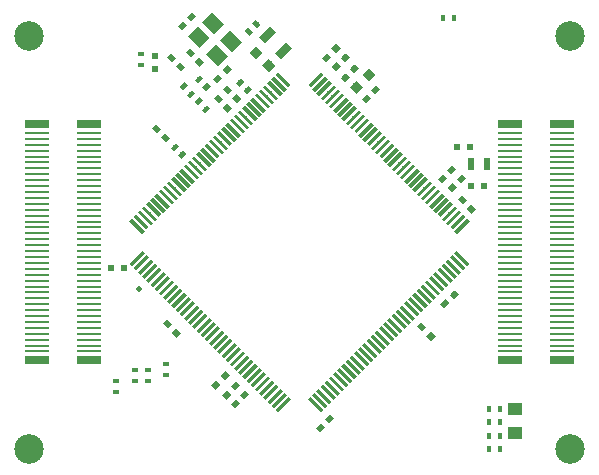
<source format=gbs>
G04 #@! TF.GenerationSoftware,KiCad,Pcbnew,(2017-02-19 revision a416f3a4e)-master*
G04 #@! TF.CreationDate,2017-04-29T21:27:28-07:00*
G04 #@! TF.ProjectId,Navi,4E6176692E6B696361645F7063620000,rev?*
G04 #@! TF.FileFunction,Soldermask,Bot*
G04 #@! TF.FilePolarity,Negative*
%FSLAX46Y46*%
G04 Gerber Fmt 4.6, Leading zero omitted, Abs format (unit mm)*
G04 Created by KiCad (PCBNEW (2017-02-19 revision a416f3a4e)-master) date 04/29/17 21:27:28*
%MOMM*%
%LPD*%
G01*
G04 APERTURE LIST*
%ADD10C,0.150000*%
%ADD11C,0.300000*%
%ADD12R,2.000000X0.250000*%
%ADD13R,2.000000X0.750000*%
%ADD14C,2.500000*%
%ADD15C,0.500000*%
%ADD16R,0.400000X0.600000*%
%ADD17R,0.500000X0.600000*%
%ADD18R,0.600000X0.400000*%
%ADD19R,0.600000X0.500000*%
%ADD20C,0.750000*%
%ADD21C,0.400000*%
%ADD22C,0.700000*%
%ADD23C,1.200000*%
%ADD24R,0.600000X1.100000*%
%ADD25R,1.250000X1.000000*%
G04 APERTURE END LIST*
D10*
D11*
X73621577Y-91246849D03*
D10*
G36*
X74275651Y-91688791D02*
X74063519Y-91900923D01*
X72967503Y-90804907D01*
X73179635Y-90592775D01*
X74275651Y-91688791D01*
X74275651Y-91688791D01*
G37*
D11*
X73268023Y-91600402D03*
D10*
G36*
X73922097Y-92042344D02*
X73709965Y-92254476D01*
X72613949Y-91158460D01*
X72826081Y-90946328D01*
X73922097Y-92042344D01*
X73922097Y-92042344D01*
G37*
D11*
X72914470Y-91953956D03*
D10*
G36*
X73568544Y-92395898D02*
X73356412Y-92608030D01*
X72260396Y-91512014D01*
X72472528Y-91299882D01*
X73568544Y-92395898D01*
X73568544Y-92395898D01*
G37*
D11*
X72560917Y-92307509D03*
D10*
G36*
X73214991Y-92749451D02*
X73002859Y-92961583D01*
X71906843Y-91865567D01*
X72118975Y-91653435D01*
X73214991Y-92749451D01*
X73214991Y-92749451D01*
G37*
D11*
X72207363Y-92661063D03*
D10*
G36*
X72861437Y-93103005D02*
X72649305Y-93315137D01*
X71553289Y-92219121D01*
X71765421Y-92006989D01*
X72861437Y-93103005D01*
X72861437Y-93103005D01*
G37*
D11*
X71853810Y-93014616D03*
D10*
G36*
X72507884Y-93456558D02*
X72295752Y-93668690D01*
X71199736Y-92572674D01*
X71411868Y-92360542D01*
X72507884Y-93456558D01*
X72507884Y-93456558D01*
G37*
D11*
X71500256Y-93368169D03*
D10*
G36*
X72154330Y-93810111D02*
X71942198Y-94022243D01*
X70846182Y-92926227D01*
X71058314Y-92714095D01*
X72154330Y-93810111D01*
X72154330Y-93810111D01*
G37*
D11*
X71146703Y-93721723D03*
D10*
G36*
X71800777Y-94163665D02*
X71588645Y-94375797D01*
X70492629Y-93279781D01*
X70704761Y-93067649D01*
X71800777Y-94163665D01*
X71800777Y-94163665D01*
G37*
D11*
X70793150Y-94075276D03*
D10*
G36*
X71447224Y-94517218D02*
X71235092Y-94729350D01*
X70139076Y-93633334D01*
X70351208Y-93421202D01*
X71447224Y-94517218D01*
X71447224Y-94517218D01*
G37*
D11*
X70439596Y-94428830D03*
D10*
G36*
X71093670Y-94870772D02*
X70881538Y-95082904D01*
X69785522Y-93986888D01*
X69997654Y-93774756D01*
X71093670Y-94870772D01*
X71093670Y-94870772D01*
G37*
D11*
X70086043Y-94782383D03*
D10*
G36*
X70740117Y-95224325D02*
X70527985Y-95436457D01*
X69431969Y-94340441D01*
X69644101Y-94128309D01*
X70740117Y-95224325D01*
X70740117Y-95224325D01*
G37*
D11*
X69732489Y-95135936D03*
D10*
G36*
X70386563Y-95577878D02*
X70174431Y-95790010D01*
X69078415Y-94693994D01*
X69290547Y-94481862D01*
X70386563Y-95577878D01*
X70386563Y-95577878D01*
G37*
D11*
X69378936Y-95489490D03*
D10*
G36*
X70033010Y-95931432D02*
X69820878Y-96143564D01*
X68724862Y-95047548D01*
X68936994Y-94835416D01*
X70033010Y-95931432D01*
X70033010Y-95931432D01*
G37*
D11*
X69025383Y-95843043D03*
D10*
G36*
X69679457Y-96284985D02*
X69467325Y-96497117D01*
X68371309Y-95401101D01*
X68583441Y-95188969D01*
X69679457Y-96284985D01*
X69679457Y-96284985D01*
G37*
D11*
X68671829Y-96196597D03*
D10*
G36*
X69325903Y-96638539D02*
X69113771Y-96850671D01*
X68017755Y-95754655D01*
X68229887Y-95542523D01*
X69325903Y-96638539D01*
X69325903Y-96638539D01*
G37*
D11*
X68318276Y-96550150D03*
D10*
G36*
X68972350Y-96992092D02*
X68760218Y-97204224D01*
X67664202Y-96108208D01*
X67876334Y-95896076D01*
X68972350Y-96992092D01*
X68972350Y-96992092D01*
G37*
D11*
X67964723Y-96903703D03*
D10*
G36*
X68618797Y-97345645D02*
X68406665Y-97557777D01*
X67310649Y-96461761D01*
X67522781Y-96249629D01*
X68618797Y-97345645D01*
X68618797Y-97345645D01*
G37*
D11*
X67611169Y-97257257D03*
D10*
G36*
X68265243Y-97699199D02*
X68053111Y-97911331D01*
X66957095Y-96815315D01*
X67169227Y-96603183D01*
X68265243Y-97699199D01*
X68265243Y-97699199D01*
G37*
D11*
X67257616Y-97610810D03*
D10*
G36*
X67911690Y-98052752D02*
X67699558Y-98264884D01*
X66603542Y-97168868D01*
X66815674Y-96956736D01*
X67911690Y-98052752D01*
X67911690Y-98052752D01*
G37*
D11*
X66904062Y-97964364D03*
D10*
G36*
X67558136Y-98406306D02*
X67346004Y-98618438D01*
X66249988Y-97522422D01*
X66462120Y-97310290D01*
X67558136Y-98406306D01*
X67558136Y-98406306D01*
G37*
D11*
X66550509Y-98317917D03*
D10*
G36*
X67204583Y-98759859D02*
X66992451Y-98971991D01*
X65896435Y-97875975D01*
X66108567Y-97663843D01*
X67204583Y-98759859D01*
X67204583Y-98759859D01*
G37*
D11*
X66196956Y-98671470D03*
D10*
G36*
X66851030Y-99113412D02*
X66638898Y-99325544D01*
X65542882Y-98229528D01*
X65755014Y-98017396D01*
X66851030Y-99113412D01*
X66851030Y-99113412D01*
G37*
D11*
X65843402Y-99025024D03*
D10*
G36*
X66497476Y-99466966D02*
X66285344Y-99679098D01*
X65189328Y-98583082D01*
X65401460Y-98370950D01*
X66497476Y-99466966D01*
X66497476Y-99466966D01*
G37*
D11*
X65489849Y-99378577D03*
D10*
G36*
X66143923Y-99820519D02*
X65931791Y-100032651D01*
X64835775Y-98936635D01*
X65047907Y-98724503D01*
X66143923Y-99820519D01*
X66143923Y-99820519D01*
G37*
D11*
X65136295Y-99732130D03*
D10*
G36*
X65790369Y-100174072D02*
X65578237Y-100386204D01*
X64482221Y-99290188D01*
X64694353Y-99078056D01*
X65790369Y-100174072D01*
X65790369Y-100174072D01*
G37*
D11*
X64782742Y-100085684D03*
D10*
G36*
X65436816Y-100527626D02*
X65224684Y-100739758D01*
X64128668Y-99643742D01*
X64340800Y-99431610D01*
X65436816Y-100527626D01*
X65436816Y-100527626D01*
G37*
D11*
X64429189Y-100439237D03*
D10*
G36*
X65083263Y-100881179D02*
X64871131Y-101093311D01*
X63775115Y-99997295D01*
X63987247Y-99785163D01*
X65083263Y-100881179D01*
X65083263Y-100881179D01*
G37*
D11*
X64075635Y-100792791D03*
D10*
G36*
X64729709Y-101234733D02*
X64517577Y-101446865D01*
X63421561Y-100350849D01*
X63633693Y-100138717D01*
X64729709Y-101234733D01*
X64729709Y-101234733D01*
G37*
D11*
X63722082Y-101146344D03*
D10*
G36*
X64376156Y-101588286D02*
X64164024Y-101800418D01*
X63068008Y-100704402D01*
X63280140Y-100492270D01*
X64376156Y-101588286D01*
X64376156Y-101588286D01*
G37*
D11*
X63368528Y-101499897D03*
D10*
G36*
X64022602Y-101941839D02*
X63810470Y-102153971D01*
X62714454Y-101057955D01*
X62926586Y-100845823D01*
X64022602Y-101941839D01*
X64022602Y-101941839D01*
G37*
D11*
X63014975Y-101853451D03*
D10*
G36*
X63669049Y-102295393D02*
X63456917Y-102507525D01*
X62360901Y-101411509D01*
X62573033Y-101199377D01*
X63669049Y-102295393D01*
X63669049Y-102295393D01*
G37*
D11*
X62661422Y-102207004D03*
D10*
G36*
X63315496Y-102648946D02*
X63103364Y-102861078D01*
X62007348Y-101765062D01*
X62219480Y-101552930D01*
X63315496Y-102648946D01*
X63315496Y-102648946D01*
G37*
D11*
X62307868Y-102560558D03*
D10*
G36*
X62961942Y-103002500D02*
X62749810Y-103214632D01*
X61653794Y-102118616D01*
X61865926Y-101906484D01*
X62961942Y-103002500D01*
X62961942Y-103002500D01*
G37*
D11*
X61954315Y-102914111D03*
D10*
G36*
X62608389Y-103356053D02*
X62396257Y-103568185D01*
X61300241Y-102472169D01*
X61512373Y-102260037D01*
X62608389Y-103356053D01*
X62608389Y-103356053D01*
G37*
D11*
X61600761Y-103267664D03*
D10*
G36*
X62254835Y-103709606D02*
X62042703Y-103921738D01*
X60946687Y-102825722D01*
X61158819Y-102613590D01*
X62254835Y-103709606D01*
X62254835Y-103709606D01*
G37*
D11*
X61247208Y-103621218D03*
D10*
G36*
X61901282Y-104063160D02*
X61689150Y-104275292D01*
X60593134Y-103179276D01*
X60805266Y-102967144D01*
X61901282Y-104063160D01*
X61901282Y-104063160D01*
G37*
D11*
X61247208Y-106378934D03*
D10*
G36*
X61689150Y-105724860D02*
X61901282Y-105936992D01*
X60805266Y-107033008D01*
X60593134Y-106820876D01*
X61689150Y-105724860D01*
X61689150Y-105724860D01*
G37*
D11*
X61600761Y-106732488D03*
D10*
G36*
X62042703Y-106078414D02*
X62254835Y-106290546D01*
X61158819Y-107386562D01*
X60946687Y-107174430D01*
X62042703Y-106078414D01*
X62042703Y-106078414D01*
G37*
D11*
X61954315Y-107086041D03*
D10*
G36*
X62396257Y-106431967D02*
X62608389Y-106644099D01*
X61512373Y-107740115D01*
X61300241Y-107527983D01*
X62396257Y-106431967D01*
X62396257Y-106431967D01*
G37*
D11*
X62307868Y-107439594D03*
D10*
G36*
X62749810Y-106785520D02*
X62961942Y-106997652D01*
X61865926Y-108093668D01*
X61653794Y-107881536D01*
X62749810Y-106785520D01*
X62749810Y-106785520D01*
G37*
D11*
X62661422Y-107793148D03*
D10*
G36*
X63103364Y-107139074D02*
X63315496Y-107351206D01*
X62219480Y-108447222D01*
X62007348Y-108235090D01*
X63103364Y-107139074D01*
X63103364Y-107139074D01*
G37*
D11*
X63014975Y-108146701D03*
D10*
G36*
X63456917Y-107492627D02*
X63669049Y-107704759D01*
X62573033Y-108800775D01*
X62360901Y-108588643D01*
X63456917Y-107492627D01*
X63456917Y-107492627D01*
G37*
D11*
X63368528Y-108500255D03*
D10*
G36*
X63810470Y-107846181D02*
X64022602Y-108058313D01*
X62926586Y-109154329D01*
X62714454Y-108942197D01*
X63810470Y-107846181D01*
X63810470Y-107846181D01*
G37*
D11*
X63722082Y-108853808D03*
D10*
G36*
X64164024Y-108199734D02*
X64376156Y-108411866D01*
X63280140Y-109507882D01*
X63068008Y-109295750D01*
X64164024Y-108199734D01*
X64164024Y-108199734D01*
G37*
D11*
X64075635Y-109207361D03*
D10*
G36*
X64517577Y-108553287D02*
X64729709Y-108765419D01*
X63633693Y-109861435D01*
X63421561Y-109649303D01*
X64517577Y-108553287D01*
X64517577Y-108553287D01*
G37*
D11*
X64429189Y-109560915D03*
D10*
G36*
X64871131Y-108906841D02*
X65083263Y-109118973D01*
X63987247Y-110214989D01*
X63775115Y-110002857D01*
X64871131Y-108906841D01*
X64871131Y-108906841D01*
G37*
D11*
X64782742Y-109914468D03*
D10*
G36*
X65224684Y-109260394D02*
X65436816Y-109472526D01*
X64340800Y-110568542D01*
X64128668Y-110356410D01*
X65224684Y-109260394D01*
X65224684Y-109260394D01*
G37*
D11*
X65136295Y-110268022D03*
D10*
G36*
X65578237Y-109613948D02*
X65790369Y-109826080D01*
X64694353Y-110922096D01*
X64482221Y-110709964D01*
X65578237Y-109613948D01*
X65578237Y-109613948D01*
G37*
D11*
X65489849Y-110621575D03*
D10*
G36*
X65931791Y-109967501D02*
X66143923Y-110179633D01*
X65047907Y-111275649D01*
X64835775Y-111063517D01*
X65931791Y-109967501D01*
X65931791Y-109967501D01*
G37*
D11*
X65843402Y-110975128D03*
D10*
G36*
X66285344Y-110321054D02*
X66497476Y-110533186D01*
X65401460Y-111629202D01*
X65189328Y-111417070D01*
X66285344Y-110321054D01*
X66285344Y-110321054D01*
G37*
D11*
X66196956Y-111328682D03*
D10*
G36*
X66638898Y-110674608D02*
X66851030Y-110886740D01*
X65755014Y-111982756D01*
X65542882Y-111770624D01*
X66638898Y-110674608D01*
X66638898Y-110674608D01*
G37*
D11*
X66550509Y-111682235D03*
D10*
G36*
X66992451Y-111028161D02*
X67204583Y-111240293D01*
X66108567Y-112336309D01*
X65896435Y-112124177D01*
X66992451Y-111028161D01*
X66992451Y-111028161D01*
G37*
D11*
X66904062Y-112035788D03*
D10*
G36*
X67346004Y-111381714D02*
X67558136Y-111593846D01*
X66462120Y-112689862D01*
X66249988Y-112477730D01*
X67346004Y-111381714D01*
X67346004Y-111381714D01*
G37*
D11*
X67257616Y-112389342D03*
D10*
G36*
X67699558Y-111735268D02*
X67911690Y-111947400D01*
X66815674Y-113043416D01*
X66603542Y-112831284D01*
X67699558Y-111735268D01*
X67699558Y-111735268D01*
G37*
D11*
X67611169Y-112742895D03*
D10*
G36*
X68053111Y-112088821D02*
X68265243Y-112300953D01*
X67169227Y-113396969D01*
X66957095Y-113184837D01*
X68053111Y-112088821D01*
X68053111Y-112088821D01*
G37*
D11*
X67964723Y-113096449D03*
D10*
G36*
X68406665Y-112442375D02*
X68618797Y-112654507D01*
X67522781Y-113750523D01*
X67310649Y-113538391D01*
X68406665Y-112442375D01*
X68406665Y-112442375D01*
G37*
D11*
X68318276Y-113450002D03*
D10*
G36*
X68760218Y-112795928D02*
X68972350Y-113008060D01*
X67876334Y-114104076D01*
X67664202Y-113891944D01*
X68760218Y-112795928D01*
X68760218Y-112795928D01*
G37*
D11*
X68671829Y-113803555D03*
D10*
G36*
X69113771Y-113149481D02*
X69325903Y-113361613D01*
X68229887Y-114457629D01*
X68017755Y-114245497D01*
X69113771Y-113149481D01*
X69113771Y-113149481D01*
G37*
D11*
X69025383Y-114157109D03*
D10*
G36*
X69467325Y-113503035D02*
X69679457Y-113715167D01*
X68583441Y-114811183D01*
X68371309Y-114599051D01*
X69467325Y-113503035D01*
X69467325Y-113503035D01*
G37*
D11*
X69378936Y-114510662D03*
D10*
G36*
X69820878Y-113856588D02*
X70033010Y-114068720D01*
X68936994Y-115164736D01*
X68724862Y-114952604D01*
X69820878Y-113856588D01*
X69820878Y-113856588D01*
G37*
D11*
X69732489Y-114864216D03*
D10*
G36*
X70174431Y-114210142D02*
X70386563Y-114422274D01*
X69290547Y-115518290D01*
X69078415Y-115306158D01*
X70174431Y-114210142D01*
X70174431Y-114210142D01*
G37*
D11*
X70086043Y-115217769D03*
D10*
G36*
X70527985Y-114563695D02*
X70740117Y-114775827D01*
X69644101Y-115871843D01*
X69431969Y-115659711D01*
X70527985Y-114563695D01*
X70527985Y-114563695D01*
G37*
D11*
X70439596Y-115571322D03*
D10*
G36*
X70881538Y-114917248D02*
X71093670Y-115129380D01*
X69997654Y-116225396D01*
X69785522Y-116013264D01*
X70881538Y-114917248D01*
X70881538Y-114917248D01*
G37*
D11*
X70793150Y-115924876D03*
D10*
G36*
X71235092Y-115270802D02*
X71447224Y-115482934D01*
X70351208Y-116578950D01*
X70139076Y-116366818D01*
X71235092Y-115270802D01*
X71235092Y-115270802D01*
G37*
D11*
X71146703Y-116278429D03*
D10*
G36*
X71588645Y-115624355D02*
X71800777Y-115836487D01*
X70704761Y-116932503D01*
X70492629Y-116720371D01*
X71588645Y-115624355D01*
X71588645Y-115624355D01*
G37*
D11*
X71500256Y-116631983D03*
D10*
G36*
X71942198Y-115977909D02*
X72154330Y-116190041D01*
X71058314Y-117286057D01*
X70846182Y-117073925D01*
X71942198Y-115977909D01*
X71942198Y-115977909D01*
G37*
D11*
X71853810Y-116985536D03*
D10*
G36*
X72295752Y-116331462D02*
X72507884Y-116543594D01*
X71411868Y-117639610D01*
X71199736Y-117427478D01*
X72295752Y-116331462D01*
X72295752Y-116331462D01*
G37*
D11*
X72207363Y-117339089D03*
D10*
G36*
X72649305Y-116685015D02*
X72861437Y-116897147D01*
X71765421Y-117993163D01*
X71553289Y-117781031D01*
X72649305Y-116685015D01*
X72649305Y-116685015D01*
G37*
D11*
X72560917Y-117692643D03*
D10*
G36*
X73002859Y-117038569D02*
X73214991Y-117250701D01*
X72118975Y-118346717D01*
X71906843Y-118134585D01*
X73002859Y-117038569D01*
X73002859Y-117038569D01*
G37*
D11*
X72914470Y-118046196D03*
D10*
G36*
X73356412Y-117392122D02*
X73568544Y-117604254D01*
X72472528Y-118700270D01*
X72260396Y-118488138D01*
X73356412Y-117392122D01*
X73356412Y-117392122D01*
G37*
D11*
X73268023Y-118399750D03*
D10*
G36*
X73709965Y-117745676D02*
X73922097Y-117957808D01*
X72826081Y-119053824D01*
X72613949Y-118841692D01*
X73709965Y-117745676D01*
X73709965Y-117745676D01*
G37*
D11*
X73621577Y-118753303D03*
D10*
G36*
X74063519Y-118099229D02*
X74275651Y-118311361D01*
X73179635Y-119407377D01*
X72967503Y-119195245D01*
X74063519Y-118099229D01*
X74063519Y-118099229D01*
G37*
D11*
X76379293Y-118753303D03*
D10*
G36*
X77033367Y-119195245D02*
X76821235Y-119407377D01*
X75725219Y-118311361D01*
X75937351Y-118099229D01*
X77033367Y-119195245D01*
X77033367Y-119195245D01*
G37*
D11*
X76732847Y-118399750D03*
D10*
G36*
X77386921Y-118841692D02*
X77174789Y-119053824D01*
X76078773Y-117957808D01*
X76290905Y-117745676D01*
X77386921Y-118841692D01*
X77386921Y-118841692D01*
G37*
D11*
X77086400Y-118046196D03*
D10*
G36*
X77740474Y-118488138D02*
X77528342Y-118700270D01*
X76432326Y-117604254D01*
X76644458Y-117392122D01*
X77740474Y-118488138D01*
X77740474Y-118488138D01*
G37*
D11*
X77439953Y-117692643D03*
D10*
G36*
X78094027Y-118134585D02*
X77881895Y-118346717D01*
X76785879Y-117250701D01*
X76998011Y-117038569D01*
X78094027Y-118134585D01*
X78094027Y-118134585D01*
G37*
D11*
X77793507Y-117339089D03*
D10*
G36*
X78447581Y-117781031D02*
X78235449Y-117993163D01*
X77139433Y-116897147D01*
X77351565Y-116685015D01*
X78447581Y-117781031D01*
X78447581Y-117781031D01*
G37*
D11*
X78147060Y-116985536D03*
D10*
G36*
X78801134Y-117427478D02*
X78589002Y-117639610D01*
X77492986Y-116543594D01*
X77705118Y-116331462D01*
X78801134Y-117427478D01*
X78801134Y-117427478D01*
G37*
D11*
X78500614Y-116631983D03*
D10*
G36*
X79154688Y-117073925D02*
X78942556Y-117286057D01*
X77846540Y-116190041D01*
X78058672Y-115977909D01*
X79154688Y-117073925D01*
X79154688Y-117073925D01*
G37*
D11*
X78854167Y-116278429D03*
D10*
G36*
X79508241Y-116720371D02*
X79296109Y-116932503D01*
X78200093Y-115836487D01*
X78412225Y-115624355D01*
X79508241Y-116720371D01*
X79508241Y-116720371D01*
G37*
D11*
X79207720Y-115924876D03*
D10*
G36*
X79861794Y-116366818D02*
X79649662Y-116578950D01*
X78553646Y-115482934D01*
X78765778Y-115270802D01*
X79861794Y-116366818D01*
X79861794Y-116366818D01*
G37*
D11*
X79561274Y-115571322D03*
D10*
G36*
X80215348Y-116013264D02*
X80003216Y-116225396D01*
X78907200Y-115129380D01*
X79119332Y-114917248D01*
X80215348Y-116013264D01*
X80215348Y-116013264D01*
G37*
D11*
X79914827Y-115217769D03*
D10*
G36*
X80568901Y-115659711D02*
X80356769Y-115871843D01*
X79260753Y-114775827D01*
X79472885Y-114563695D01*
X80568901Y-115659711D01*
X80568901Y-115659711D01*
G37*
D11*
X80268381Y-114864216D03*
D10*
G36*
X80922455Y-115306158D02*
X80710323Y-115518290D01*
X79614307Y-114422274D01*
X79826439Y-114210142D01*
X80922455Y-115306158D01*
X80922455Y-115306158D01*
G37*
D11*
X80621934Y-114510662D03*
D10*
G36*
X81276008Y-114952604D02*
X81063876Y-115164736D01*
X79967860Y-114068720D01*
X80179992Y-113856588D01*
X81276008Y-114952604D01*
X81276008Y-114952604D01*
G37*
D11*
X80975487Y-114157109D03*
D10*
G36*
X81629561Y-114599051D02*
X81417429Y-114811183D01*
X80321413Y-113715167D01*
X80533545Y-113503035D01*
X81629561Y-114599051D01*
X81629561Y-114599051D01*
G37*
D11*
X81329041Y-113803555D03*
D10*
G36*
X81983115Y-114245497D02*
X81770983Y-114457629D01*
X80674967Y-113361613D01*
X80887099Y-113149481D01*
X81983115Y-114245497D01*
X81983115Y-114245497D01*
G37*
D11*
X81682594Y-113450002D03*
D10*
G36*
X82336668Y-113891944D02*
X82124536Y-114104076D01*
X81028520Y-113008060D01*
X81240652Y-112795928D01*
X82336668Y-113891944D01*
X82336668Y-113891944D01*
G37*
D11*
X82036147Y-113096449D03*
D10*
G36*
X82690221Y-113538391D02*
X82478089Y-113750523D01*
X81382073Y-112654507D01*
X81594205Y-112442375D01*
X82690221Y-113538391D01*
X82690221Y-113538391D01*
G37*
D11*
X82389701Y-112742895D03*
D10*
G36*
X83043775Y-113184837D02*
X82831643Y-113396969D01*
X81735627Y-112300953D01*
X81947759Y-112088821D01*
X83043775Y-113184837D01*
X83043775Y-113184837D01*
G37*
D11*
X82743254Y-112389342D03*
D10*
G36*
X83397328Y-112831284D02*
X83185196Y-113043416D01*
X82089180Y-111947400D01*
X82301312Y-111735268D01*
X83397328Y-112831284D01*
X83397328Y-112831284D01*
G37*
D11*
X83096808Y-112035788D03*
D10*
G36*
X83750882Y-112477730D02*
X83538750Y-112689862D01*
X82442734Y-111593846D01*
X82654866Y-111381714D01*
X83750882Y-112477730D01*
X83750882Y-112477730D01*
G37*
D11*
X83450361Y-111682235D03*
D10*
G36*
X84104435Y-112124177D02*
X83892303Y-112336309D01*
X82796287Y-111240293D01*
X83008419Y-111028161D01*
X84104435Y-112124177D01*
X84104435Y-112124177D01*
G37*
D11*
X83803914Y-111328682D03*
D10*
G36*
X84457988Y-111770624D02*
X84245856Y-111982756D01*
X83149840Y-110886740D01*
X83361972Y-110674608D01*
X84457988Y-111770624D01*
X84457988Y-111770624D01*
G37*
D11*
X84157468Y-110975128D03*
D10*
G36*
X84811542Y-111417070D02*
X84599410Y-111629202D01*
X83503394Y-110533186D01*
X83715526Y-110321054D01*
X84811542Y-111417070D01*
X84811542Y-111417070D01*
G37*
D11*
X84511021Y-110621575D03*
D10*
G36*
X85165095Y-111063517D02*
X84952963Y-111275649D01*
X83856947Y-110179633D01*
X84069079Y-109967501D01*
X85165095Y-111063517D01*
X85165095Y-111063517D01*
G37*
D11*
X84864575Y-110268022D03*
D10*
G36*
X85518649Y-110709964D02*
X85306517Y-110922096D01*
X84210501Y-109826080D01*
X84422633Y-109613948D01*
X85518649Y-110709964D01*
X85518649Y-110709964D01*
G37*
D11*
X85218128Y-109914468D03*
D10*
G36*
X85872202Y-110356410D02*
X85660070Y-110568542D01*
X84564054Y-109472526D01*
X84776186Y-109260394D01*
X85872202Y-110356410D01*
X85872202Y-110356410D01*
G37*
D11*
X85571681Y-109560915D03*
D10*
G36*
X86225755Y-110002857D02*
X86013623Y-110214989D01*
X84917607Y-109118973D01*
X85129739Y-108906841D01*
X86225755Y-110002857D01*
X86225755Y-110002857D01*
G37*
D11*
X85925235Y-109207361D03*
D10*
G36*
X86579309Y-109649303D02*
X86367177Y-109861435D01*
X85271161Y-108765419D01*
X85483293Y-108553287D01*
X86579309Y-109649303D01*
X86579309Y-109649303D01*
G37*
D11*
X86278788Y-108853808D03*
D10*
G36*
X86932862Y-109295750D02*
X86720730Y-109507882D01*
X85624714Y-108411866D01*
X85836846Y-108199734D01*
X86932862Y-109295750D01*
X86932862Y-109295750D01*
G37*
D11*
X86632342Y-108500255D03*
D10*
G36*
X87286416Y-108942197D02*
X87074284Y-109154329D01*
X85978268Y-108058313D01*
X86190400Y-107846181D01*
X87286416Y-108942197D01*
X87286416Y-108942197D01*
G37*
D11*
X86985895Y-108146701D03*
D10*
G36*
X87639969Y-108588643D02*
X87427837Y-108800775D01*
X86331821Y-107704759D01*
X86543953Y-107492627D01*
X87639969Y-108588643D01*
X87639969Y-108588643D01*
G37*
D11*
X87339448Y-107793148D03*
D10*
G36*
X87993522Y-108235090D02*
X87781390Y-108447222D01*
X86685374Y-107351206D01*
X86897506Y-107139074D01*
X87993522Y-108235090D01*
X87993522Y-108235090D01*
G37*
D11*
X87693002Y-107439594D03*
D10*
G36*
X88347076Y-107881536D02*
X88134944Y-108093668D01*
X87038928Y-106997652D01*
X87251060Y-106785520D01*
X88347076Y-107881536D01*
X88347076Y-107881536D01*
G37*
D11*
X88046555Y-107086041D03*
D10*
G36*
X88700629Y-107527983D02*
X88488497Y-107740115D01*
X87392481Y-106644099D01*
X87604613Y-106431967D01*
X88700629Y-107527983D01*
X88700629Y-107527983D01*
G37*
D11*
X88400109Y-106732488D03*
D10*
G36*
X89054183Y-107174430D02*
X88842051Y-107386562D01*
X87746035Y-106290546D01*
X87958167Y-106078414D01*
X89054183Y-107174430D01*
X89054183Y-107174430D01*
G37*
D11*
X88753662Y-106378934D03*
D10*
G36*
X89407736Y-106820876D02*
X89195604Y-107033008D01*
X88099588Y-105936992D01*
X88311720Y-105724860D01*
X89407736Y-106820876D01*
X89407736Y-106820876D01*
G37*
D11*
X88753662Y-103621218D03*
D10*
G36*
X89195604Y-102967144D02*
X89407736Y-103179276D01*
X88311720Y-104275292D01*
X88099588Y-104063160D01*
X89195604Y-102967144D01*
X89195604Y-102967144D01*
G37*
D11*
X88400109Y-103267664D03*
D10*
G36*
X88842051Y-102613590D02*
X89054183Y-102825722D01*
X87958167Y-103921738D01*
X87746035Y-103709606D01*
X88842051Y-102613590D01*
X88842051Y-102613590D01*
G37*
D11*
X88046555Y-102914111D03*
D10*
G36*
X88488497Y-102260037D02*
X88700629Y-102472169D01*
X87604613Y-103568185D01*
X87392481Y-103356053D01*
X88488497Y-102260037D01*
X88488497Y-102260037D01*
G37*
D11*
X87693002Y-102560558D03*
D10*
G36*
X88134944Y-101906484D02*
X88347076Y-102118616D01*
X87251060Y-103214632D01*
X87038928Y-103002500D01*
X88134944Y-101906484D01*
X88134944Y-101906484D01*
G37*
D11*
X87339448Y-102207004D03*
D10*
G36*
X87781390Y-101552930D02*
X87993522Y-101765062D01*
X86897506Y-102861078D01*
X86685374Y-102648946D01*
X87781390Y-101552930D01*
X87781390Y-101552930D01*
G37*
D11*
X86985895Y-101853451D03*
D10*
G36*
X87427837Y-101199377D02*
X87639969Y-101411509D01*
X86543953Y-102507525D01*
X86331821Y-102295393D01*
X87427837Y-101199377D01*
X87427837Y-101199377D01*
G37*
D11*
X86632342Y-101499897D03*
D10*
G36*
X87074284Y-100845823D02*
X87286416Y-101057955D01*
X86190400Y-102153971D01*
X85978268Y-101941839D01*
X87074284Y-100845823D01*
X87074284Y-100845823D01*
G37*
D11*
X86278788Y-101146344D03*
D10*
G36*
X86720730Y-100492270D02*
X86932862Y-100704402D01*
X85836846Y-101800418D01*
X85624714Y-101588286D01*
X86720730Y-100492270D01*
X86720730Y-100492270D01*
G37*
D11*
X85925235Y-100792791D03*
D10*
G36*
X86367177Y-100138717D02*
X86579309Y-100350849D01*
X85483293Y-101446865D01*
X85271161Y-101234733D01*
X86367177Y-100138717D01*
X86367177Y-100138717D01*
G37*
D11*
X85571681Y-100439237D03*
D10*
G36*
X86013623Y-99785163D02*
X86225755Y-99997295D01*
X85129739Y-101093311D01*
X84917607Y-100881179D01*
X86013623Y-99785163D01*
X86013623Y-99785163D01*
G37*
D11*
X85218128Y-100085684D03*
D10*
G36*
X85660070Y-99431610D02*
X85872202Y-99643742D01*
X84776186Y-100739758D01*
X84564054Y-100527626D01*
X85660070Y-99431610D01*
X85660070Y-99431610D01*
G37*
D11*
X84864575Y-99732130D03*
D10*
G36*
X85306517Y-99078056D02*
X85518649Y-99290188D01*
X84422633Y-100386204D01*
X84210501Y-100174072D01*
X85306517Y-99078056D01*
X85306517Y-99078056D01*
G37*
D11*
X84511021Y-99378577D03*
D10*
G36*
X84952963Y-98724503D02*
X85165095Y-98936635D01*
X84069079Y-100032651D01*
X83856947Y-99820519D01*
X84952963Y-98724503D01*
X84952963Y-98724503D01*
G37*
D11*
X84157468Y-99025024D03*
D10*
G36*
X84599410Y-98370950D02*
X84811542Y-98583082D01*
X83715526Y-99679098D01*
X83503394Y-99466966D01*
X84599410Y-98370950D01*
X84599410Y-98370950D01*
G37*
D11*
X83803914Y-98671470D03*
D10*
G36*
X84245856Y-98017396D02*
X84457988Y-98229528D01*
X83361972Y-99325544D01*
X83149840Y-99113412D01*
X84245856Y-98017396D01*
X84245856Y-98017396D01*
G37*
D11*
X83450361Y-98317917D03*
D10*
G36*
X83892303Y-97663843D02*
X84104435Y-97875975D01*
X83008419Y-98971991D01*
X82796287Y-98759859D01*
X83892303Y-97663843D01*
X83892303Y-97663843D01*
G37*
D11*
X83096808Y-97964364D03*
D10*
G36*
X83538750Y-97310290D02*
X83750882Y-97522422D01*
X82654866Y-98618438D01*
X82442734Y-98406306D01*
X83538750Y-97310290D01*
X83538750Y-97310290D01*
G37*
D11*
X82743254Y-97610810D03*
D10*
G36*
X83185196Y-96956736D02*
X83397328Y-97168868D01*
X82301312Y-98264884D01*
X82089180Y-98052752D01*
X83185196Y-96956736D01*
X83185196Y-96956736D01*
G37*
D11*
X82389701Y-97257257D03*
D10*
G36*
X82831643Y-96603183D02*
X83043775Y-96815315D01*
X81947759Y-97911331D01*
X81735627Y-97699199D01*
X82831643Y-96603183D01*
X82831643Y-96603183D01*
G37*
D11*
X82036147Y-96903703D03*
D10*
G36*
X82478089Y-96249629D02*
X82690221Y-96461761D01*
X81594205Y-97557777D01*
X81382073Y-97345645D01*
X82478089Y-96249629D01*
X82478089Y-96249629D01*
G37*
D11*
X81682594Y-96550150D03*
D10*
G36*
X82124536Y-95896076D02*
X82336668Y-96108208D01*
X81240652Y-97204224D01*
X81028520Y-96992092D01*
X82124536Y-95896076D01*
X82124536Y-95896076D01*
G37*
D11*
X81329041Y-96196597D03*
D10*
G36*
X81770983Y-95542523D02*
X81983115Y-95754655D01*
X80887099Y-96850671D01*
X80674967Y-96638539D01*
X81770983Y-95542523D01*
X81770983Y-95542523D01*
G37*
D11*
X80975487Y-95843043D03*
D10*
G36*
X81417429Y-95188969D02*
X81629561Y-95401101D01*
X80533545Y-96497117D01*
X80321413Y-96284985D01*
X81417429Y-95188969D01*
X81417429Y-95188969D01*
G37*
D11*
X80621934Y-95489490D03*
D10*
G36*
X81063876Y-94835416D02*
X81276008Y-95047548D01*
X80179992Y-96143564D01*
X79967860Y-95931432D01*
X81063876Y-94835416D01*
X81063876Y-94835416D01*
G37*
D11*
X80268381Y-95135936D03*
D10*
G36*
X80710323Y-94481862D02*
X80922455Y-94693994D01*
X79826439Y-95790010D01*
X79614307Y-95577878D01*
X80710323Y-94481862D01*
X80710323Y-94481862D01*
G37*
D11*
X79914827Y-94782383D03*
D10*
G36*
X80356769Y-94128309D02*
X80568901Y-94340441D01*
X79472885Y-95436457D01*
X79260753Y-95224325D01*
X80356769Y-94128309D01*
X80356769Y-94128309D01*
G37*
D11*
X79561274Y-94428830D03*
D10*
G36*
X80003216Y-93774756D02*
X80215348Y-93986888D01*
X79119332Y-95082904D01*
X78907200Y-94870772D01*
X80003216Y-93774756D01*
X80003216Y-93774756D01*
G37*
D11*
X79207720Y-94075276D03*
D10*
G36*
X79649662Y-93421202D02*
X79861794Y-93633334D01*
X78765778Y-94729350D01*
X78553646Y-94517218D01*
X79649662Y-93421202D01*
X79649662Y-93421202D01*
G37*
D11*
X78854167Y-93721723D03*
D10*
G36*
X79296109Y-93067649D02*
X79508241Y-93279781D01*
X78412225Y-94375797D01*
X78200093Y-94163665D01*
X79296109Y-93067649D01*
X79296109Y-93067649D01*
G37*
D11*
X78500614Y-93368169D03*
D10*
G36*
X78942556Y-92714095D02*
X79154688Y-92926227D01*
X78058672Y-94022243D01*
X77846540Y-93810111D01*
X78942556Y-92714095D01*
X78942556Y-92714095D01*
G37*
D11*
X78147060Y-93014616D03*
D10*
G36*
X78589002Y-92360542D02*
X78801134Y-92572674D01*
X77705118Y-93668690D01*
X77492986Y-93456558D01*
X78589002Y-92360542D01*
X78589002Y-92360542D01*
G37*
D11*
X77793507Y-92661063D03*
D10*
G36*
X78235449Y-92006989D02*
X78447581Y-92219121D01*
X77351565Y-93315137D01*
X77139433Y-93103005D01*
X78235449Y-92006989D01*
X78235449Y-92006989D01*
G37*
D11*
X77439953Y-92307509D03*
D10*
G36*
X77881895Y-91653435D02*
X78094027Y-91865567D01*
X76998011Y-92961583D01*
X76785879Y-92749451D01*
X77881895Y-91653435D01*
X77881895Y-91653435D01*
G37*
D11*
X77086400Y-91953956D03*
D10*
G36*
X77528342Y-91299882D02*
X77740474Y-91512014D01*
X76644458Y-92608030D01*
X76432326Y-92395898D01*
X77528342Y-91299882D01*
X77528342Y-91299882D01*
G37*
D11*
X76732847Y-91600402D03*
D10*
G36*
X77174789Y-90946328D02*
X77386921Y-91158460D01*
X76290905Y-92254476D01*
X76078773Y-92042344D01*
X77174789Y-90946328D01*
X77174789Y-90946328D01*
G37*
D11*
X76379293Y-91246849D03*
D10*
G36*
X76821235Y-90592775D02*
X77033367Y-90804907D01*
X75937351Y-91900923D01*
X75725219Y-91688791D01*
X76821235Y-90592775D01*
X76821235Y-90592775D01*
G37*
D12*
X57200000Y-95750000D03*
D13*
X57200000Y-95000000D03*
X52800000Y-95000000D03*
X57200000Y-115000000D03*
X52800000Y-115000000D03*
D12*
X52800000Y-95750000D03*
X57200000Y-96250000D03*
X52800000Y-96250000D03*
X57200000Y-96750000D03*
X52800000Y-96750000D03*
X57200000Y-97250000D03*
X52800000Y-97250000D03*
X57200000Y-97750000D03*
X52800000Y-97750000D03*
X57200000Y-98250000D03*
X52800000Y-98250000D03*
X57200000Y-98750000D03*
X52800000Y-98750000D03*
X57200000Y-99250000D03*
X52800000Y-99250000D03*
X57200000Y-99750000D03*
X52800000Y-99750000D03*
X57200000Y-100250000D03*
X52800000Y-100250000D03*
X57200000Y-100750000D03*
X52800000Y-100750000D03*
X57200000Y-101250000D03*
X52800000Y-101250000D03*
X57200000Y-101750000D03*
X52800000Y-101750000D03*
X57200000Y-102250000D03*
X52800000Y-102250000D03*
X57200000Y-102750000D03*
X52800000Y-102750000D03*
X57200000Y-103250000D03*
X52800000Y-103250000D03*
X57200000Y-103750000D03*
X52800000Y-103750000D03*
X57200000Y-104250000D03*
X52800000Y-104250000D03*
X57200000Y-104750000D03*
X52800000Y-104750000D03*
X57200000Y-105250000D03*
X52800000Y-105250000D03*
X57200000Y-105750000D03*
X52800000Y-105750000D03*
X57200000Y-106250000D03*
X52800000Y-106250000D03*
X57200000Y-106750000D03*
X52800000Y-106750000D03*
X57200000Y-107250000D03*
X52800000Y-107250000D03*
X57200000Y-107750000D03*
X52800000Y-107750000D03*
X57200000Y-108250000D03*
X52800000Y-108250000D03*
X57200000Y-108750000D03*
X52800000Y-108750000D03*
X57200000Y-109250000D03*
X52800000Y-109250000D03*
X57200000Y-109750000D03*
X52800000Y-109750000D03*
X57200000Y-110250000D03*
X52800000Y-110250000D03*
X57200000Y-110750000D03*
X52800000Y-110750000D03*
X57200000Y-111250000D03*
X52800000Y-111250000D03*
X57200000Y-111750000D03*
X52800000Y-111750000D03*
X57200000Y-112250000D03*
X52800000Y-112250000D03*
X57200000Y-112750000D03*
X52800000Y-112750000D03*
X57200000Y-113250000D03*
X52800000Y-113250000D03*
X57200000Y-113750000D03*
X52800000Y-113750000D03*
X57200000Y-114250000D03*
X52800000Y-114250000D03*
D14*
X52100000Y-122500000D03*
X97900000Y-122500000D03*
D12*
X92800000Y-114250000D03*
X97200000Y-114250000D03*
X92800000Y-113750000D03*
X97200000Y-113750000D03*
X92800000Y-113250000D03*
X97200000Y-113250000D03*
X92800000Y-112750000D03*
X97200000Y-112750000D03*
X92800000Y-112250000D03*
X97200000Y-112250000D03*
X92800000Y-111750000D03*
X97200000Y-111750000D03*
X92800000Y-111250000D03*
X97200000Y-111250000D03*
X92800000Y-110750000D03*
X97200000Y-110750000D03*
X92800000Y-110250000D03*
X97200000Y-110250000D03*
X92800000Y-109750000D03*
X97200000Y-109750000D03*
X92800000Y-109250000D03*
X97200000Y-109250000D03*
X92800000Y-108750000D03*
X97200000Y-108750000D03*
X92800000Y-108250000D03*
X97200000Y-108250000D03*
X92800000Y-107750000D03*
X97200000Y-107750000D03*
X92800000Y-107250000D03*
X97200000Y-107250000D03*
X92800000Y-106750000D03*
X97200000Y-106750000D03*
X92800000Y-106250000D03*
X97200000Y-106250000D03*
X92800000Y-105750000D03*
X97200000Y-105750000D03*
X92800000Y-105250000D03*
X97200000Y-105250000D03*
X92800000Y-104750000D03*
X97200000Y-104750000D03*
X92800000Y-104250000D03*
X97200000Y-104250000D03*
X92800000Y-103750000D03*
X97200000Y-103750000D03*
X92800000Y-103250000D03*
X97200000Y-103250000D03*
X92800000Y-102750000D03*
X97200000Y-102750000D03*
X92800000Y-102250000D03*
X97200000Y-102250000D03*
X92800000Y-101750000D03*
X97200000Y-101750000D03*
X92800000Y-101250000D03*
X97200000Y-101250000D03*
X92800000Y-100750000D03*
X97200000Y-100750000D03*
X92800000Y-100250000D03*
X97200000Y-100250000D03*
X92800000Y-99750000D03*
X97200000Y-99750000D03*
X92800000Y-99250000D03*
X97200000Y-99250000D03*
X92800000Y-98750000D03*
X97200000Y-98750000D03*
X92800000Y-98250000D03*
X97200000Y-98250000D03*
X92800000Y-97750000D03*
X97200000Y-97750000D03*
X92800000Y-97250000D03*
X97200000Y-97250000D03*
X92800000Y-96750000D03*
X97200000Y-96750000D03*
X92800000Y-96250000D03*
X97200000Y-96250000D03*
X92800000Y-95750000D03*
D13*
X92800000Y-115000000D03*
X97200000Y-115000000D03*
X92800000Y-95000000D03*
X97200000Y-95000000D03*
D12*
X97200000Y-95750000D03*
D15*
X77317887Y-89338051D03*
D10*
G36*
X77282532Y-89726960D02*
X76928978Y-89373406D01*
X77353242Y-88949142D01*
X77706796Y-89302696D01*
X77282532Y-89726960D01*
X77282532Y-89726960D01*
G37*
D15*
X78095705Y-88560233D03*
D10*
G36*
X78060350Y-88949142D02*
X77706796Y-88595588D01*
X78131060Y-88171324D01*
X78484614Y-88524878D01*
X78060350Y-88949142D01*
X78060350Y-88949142D01*
G37*
D15*
X64160146Y-89354026D03*
D10*
G36*
X64549055Y-89389381D02*
X64195501Y-89742935D01*
X63771237Y-89318671D01*
X64124791Y-88965117D01*
X64549055Y-89389381D01*
X64549055Y-89389381D01*
G37*
D15*
X64937964Y-90131844D03*
D10*
G36*
X65326873Y-90167199D02*
X64973319Y-90520753D01*
X64549055Y-90096489D01*
X64902609Y-89742935D01*
X65326873Y-90167199D01*
X65326873Y-90167199D01*
G37*
D15*
X80661091Y-92838909D03*
D10*
G36*
X80625736Y-93227818D02*
X80272182Y-92874264D01*
X80696446Y-92450000D01*
X81050000Y-92803554D01*
X80625736Y-93227818D01*
X80625736Y-93227818D01*
G37*
D15*
X81438909Y-92061091D03*
D10*
G36*
X81403554Y-92450000D02*
X81050000Y-92096446D01*
X81474264Y-91672182D01*
X81827818Y-92025736D01*
X81403554Y-92450000D01*
X81403554Y-92450000D01*
G37*
D16*
X87150000Y-86000000D03*
X88050000Y-86000000D03*
D17*
X62750000Y-89200000D03*
X62750000Y-90300000D03*
D15*
X61450000Y-109000000D03*
D18*
X61600000Y-90000000D03*
X61600000Y-89100000D03*
D15*
X67911091Y-117088909D03*
D10*
G36*
X67946446Y-116700000D02*
X68300000Y-117053554D01*
X67875736Y-117477818D01*
X67522182Y-117124264D01*
X67946446Y-116700000D01*
X67946446Y-116700000D01*
G37*
D15*
X68688909Y-116311091D03*
D10*
G36*
X68724264Y-115922182D02*
X69077818Y-116275736D01*
X68653554Y-116700000D01*
X68300000Y-116346446D01*
X68724264Y-115922182D01*
X68724264Y-115922182D01*
G37*
D14*
X97900000Y-87500000D03*
D16*
X91050000Y-122500000D03*
X91950000Y-122500000D03*
D18*
X63700000Y-116250000D03*
X63700000Y-115350000D03*
X61050000Y-116750000D03*
X61050000Y-115850000D03*
X59500000Y-117650000D03*
X59500000Y-116750000D03*
X62200000Y-116750000D03*
X62200000Y-115850000D03*
D16*
X91950000Y-121400000D03*
X91050000Y-121400000D03*
X91950000Y-120250000D03*
X91050000Y-120250000D03*
X91950000Y-119100000D03*
X91050000Y-119100000D03*
D14*
X52100000Y-87500000D03*
D15*
X78873523Y-89338050D03*
D10*
G36*
X78838168Y-89726959D02*
X78484614Y-89373405D01*
X78908878Y-88949141D01*
X79262432Y-89302695D01*
X78838168Y-89726959D01*
X78838168Y-89726959D01*
G37*
D15*
X78095705Y-90115868D03*
D10*
G36*
X78060350Y-90504777D02*
X77706796Y-90151223D01*
X78131060Y-89726959D01*
X78484614Y-90080513D01*
X78060350Y-90504777D01*
X78060350Y-90504777D01*
G37*
D15*
X78861091Y-91038909D03*
D10*
G36*
X78896446Y-90650000D02*
X79250000Y-91003554D01*
X78825736Y-91427818D01*
X78472182Y-91074264D01*
X78896446Y-90650000D01*
X78896446Y-90650000D01*
G37*
D15*
X79638909Y-90261091D03*
D10*
G36*
X79674264Y-89872182D02*
X80027818Y-90225736D01*
X79603554Y-90650000D01*
X79250000Y-90296446D01*
X79674264Y-89872182D01*
X79674264Y-89872182D01*
G37*
D15*
X87888909Y-98811091D03*
D10*
G36*
X87853554Y-99200000D02*
X87500000Y-98846446D01*
X87924264Y-98422182D01*
X88277818Y-98775736D01*
X87853554Y-99200000D01*
X87853554Y-99200000D01*
G37*
D15*
X87111091Y-99588909D03*
D10*
G36*
X87075736Y-99977818D02*
X86722182Y-99624264D01*
X87146446Y-99200000D01*
X87500000Y-99553554D01*
X87075736Y-99977818D01*
X87075736Y-99977818D01*
G37*
D15*
X68155124Y-92854772D03*
D10*
G36*
X68544033Y-92890127D02*
X68190479Y-93243681D01*
X67766215Y-92819417D01*
X68119769Y-92465863D01*
X68544033Y-92890127D01*
X68544033Y-92890127D01*
G37*
D15*
X68932942Y-93632590D03*
D10*
G36*
X69321851Y-93667945D02*
X68968297Y-94021499D01*
X68544033Y-93597235D01*
X68897587Y-93243681D01*
X69321851Y-93667945D01*
X69321851Y-93667945D01*
G37*
D15*
X64588909Y-112688909D03*
D10*
G36*
X64200000Y-112653554D02*
X64553554Y-112300000D01*
X64977818Y-112724264D01*
X64624264Y-113077818D01*
X64200000Y-112653554D01*
X64200000Y-112653554D01*
G37*
D15*
X63811091Y-111911091D03*
D10*
G36*
X63422182Y-111875736D02*
X63775736Y-111522182D01*
X64200000Y-111946446D01*
X63846446Y-112300000D01*
X63422182Y-111875736D01*
X63422182Y-111875736D01*
G37*
D15*
X69547753Y-118687090D03*
D10*
G36*
X69583108Y-118298181D02*
X69936662Y-118651735D01*
X69512398Y-119075999D01*
X69158844Y-118722445D01*
X69583108Y-118298181D01*
X69583108Y-118298181D01*
G37*
D15*
X70325571Y-117909272D03*
D10*
G36*
X70360926Y-117520363D02*
X70714480Y-117873917D01*
X70290216Y-118298181D01*
X69936662Y-117944627D01*
X70360926Y-117520363D01*
X70360926Y-117520363D01*
G37*
D15*
X76796136Y-120686104D03*
D10*
G36*
X76831491Y-120297195D02*
X77185045Y-120650749D01*
X76760781Y-121075013D01*
X76407227Y-120721459D01*
X76831491Y-120297195D01*
X76831491Y-120297195D01*
G37*
D15*
X77573954Y-119908286D03*
D10*
G36*
X77609309Y-119519377D02*
X77962863Y-119872931D01*
X77538599Y-120297195D01*
X77185045Y-119943641D01*
X77609309Y-119519377D01*
X77609309Y-119519377D01*
G37*
D15*
X88688909Y-99611091D03*
D10*
G36*
X88653554Y-100000000D02*
X88300000Y-99646446D01*
X88724264Y-99222182D01*
X89077818Y-99575736D01*
X88653554Y-100000000D01*
X88653554Y-100000000D01*
G37*
D15*
X87911091Y-100388909D03*
D10*
G36*
X87875736Y-100777818D02*
X87522182Y-100424264D01*
X87946446Y-100000000D01*
X88300000Y-100353554D01*
X87875736Y-100777818D01*
X87875736Y-100777818D01*
G37*
D19*
X59038909Y-107161091D03*
X60138909Y-107161091D03*
D15*
X68811091Y-117938909D03*
D10*
G36*
X68846446Y-117550000D02*
X69200000Y-117903554D01*
X68775736Y-118327818D01*
X68422182Y-117974264D01*
X68846446Y-117550000D01*
X68846446Y-117550000D01*
G37*
D15*
X69588909Y-117161091D03*
D10*
G36*
X69624264Y-116772182D02*
X69977818Y-117125736D01*
X69553554Y-117550000D01*
X69200000Y-117196446D01*
X69624264Y-116772182D01*
X69624264Y-116772182D01*
G37*
D15*
X89588909Y-102188909D03*
D10*
G36*
X89200000Y-102153554D02*
X89553554Y-101800000D01*
X89977818Y-102224264D01*
X89624264Y-102577818D01*
X89200000Y-102153554D01*
X89200000Y-102153554D01*
G37*
D15*
X88811091Y-101411091D03*
D10*
G36*
X88422182Y-101375736D02*
X88775736Y-101022182D01*
X89200000Y-101446446D01*
X88846446Y-101800000D01*
X88422182Y-101375736D01*
X88422182Y-101375736D01*
G37*
D15*
X62876167Y-95376167D03*
D10*
G36*
X63265076Y-95411522D02*
X62911522Y-95765076D01*
X62487258Y-95340812D01*
X62840812Y-94987258D01*
X63265076Y-95411522D01*
X63265076Y-95411522D01*
G37*
D15*
X63653985Y-96153985D03*
D10*
G36*
X64042894Y-96189340D02*
X63689340Y-96542894D01*
X63265076Y-96118630D01*
X63618630Y-95765076D01*
X64042894Y-96189340D01*
X64042894Y-96189340D01*
G37*
D15*
X86138909Y-112938909D03*
D10*
G36*
X85750000Y-112903554D02*
X86103554Y-112550000D01*
X86527818Y-112974264D01*
X86174264Y-113327818D01*
X85750000Y-112903554D01*
X85750000Y-112903554D01*
G37*
D15*
X85361091Y-112161091D03*
D10*
G36*
X84972182Y-112125736D02*
X85325736Y-111772182D01*
X85750000Y-112196446D01*
X85396446Y-112550000D01*
X84972182Y-112125736D01*
X84972182Y-112125736D01*
G37*
D15*
X69710760Y-92854772D03*
D10*
G36*
X69321851Y-92819417D02*
X69675405Y-92465863D01*
X70099669Y-92890127D01*
X69746115Y-93243681D01*
X69321851Y-92819417D01*
X69321851Y-92819417D01*
G37*
D15*
X68932942Y-92076954D03*
D10*
G36*
X68544033Y-92041599D02*
X68897587Y-91688045D01*
X69321851Y-92112309D01*
X68968297Y-92465863D01*
X68544033Y-92041599D01*
X68544033Y-92041599D01*
G37*
D15*
X87311091Y-110188909D03*
D10*
G36*
X87346446Y-109800000D02*
X87700000Y-110153554D01*
X87275736Y-110577818D01*
X86922182Y-110224264D01*
X87346446Y-109800000D01*
X87346446Y-109800000D01*
G37*
D15*
X88088909Y-109411091D03*
D10*
G36*
X88124264Y-109022182D02*
X88477818Y-109375736D01*
X88053554Y-109800000D01*
X87700000Y-109446446D01*
X88124264Y-109022182D01*
X88124264Y-109022182D01*
G37*
D20*
X79819670Y-91880330D03*
D10*
G36*
X79837348Y-91332322D02*
X80367678Y-91862652D01*
X79801992Y-92428338D01*
X79271662Y-91898008D01*
X79837348Y-91332322D01*
X79837348Y-91332322D01*
G37*
D20*
X80880330Y-90819670D03*
D10*
G36*
X80898008Y-90271662D02*
X81428338Y-90801992D01*
X80862652Y-91367678D01*
X80332322Y-90837348D01*
X80898008Y-90271662D01*
X80898008Y-90271662D01*
G37*
D20*
X72397763Y-90026345D03*
D10*
G36*
X71849755Y-90008667D02*
X72380085Y-89478337D01*
X72945771Y-90044023D01*
X72415441Y-90574353D01*
X71849755Y-90008667D01*
X71849755Y-90008667D01*
G37*
D20*
X71337103Y-88965685D03*
D10*
G36*
X70789095Y-88948007D02*
X71319425Y-88417677D01*
X71885111Y-88983363D01*
X71354781Y-89513693D01*
X70789095Y-88948007D01*
X70789095Y-88948007D01*
G37*
D21*
X65068198Y-97568198D03*
D10*
G36*
X64714645Y-97638909D02*
X65138909Y-97214645D01*
X65421751Y-97497487D01*
X64997487Y-97921751D01*
X64714645Y-97638909D01*
X64714645Y-97638909D01*
G37*
D21*
X64431802Y-96931802D03*
D10*
G36*
X64078249Y-97002513D02*
X64502513Y-96578249D01*
X64785355Y-96861091D01*
X64361091Y-97285355D01*
X64078249Y-97002513D01*
X64078249Y-97002513D01*
G37*
D21*
X70594642Y-92112312D03*
D10*
G36*
X70241089Y-92183023D02*
X70665353Y-91758759D01*
X70948195Y-92041601D01*
X70523931Y-92465865D01*
X70241089Y-92183023D01*
X70241089Y-92183023D01*
G37*
D21*
X69958246Y-91475916D03*
D10*
G36*
X69604693Y-91546627D02*
X70028957Y-91122363D01*
X70311799Y-91405205D01*
X69887535Y-91829469D01*
X69604693Y-91546627D01*
X69604693Y-91546627D01*
G37*
D22*
X72306009Y-87416730D03*
D10*
G36*
X73013116Y-87204598D02*
X72093877Y-88123837D01*
X71598902Y-87628862D01*
X72518141Y-86709623D01*
X73013116Y-87204598D01*
X73013116Y-87204598D01*
G37*
D22*
X73649511Y-88760232D03*
D10*
G36*
X74356618Y-88548100D02*
X73437379Y-89467339D01*
X72942404Y-88972364D01*
X73861643Y-88053125D01*
X74356618Y-88548100D01*
X74356618Y-88548100D01*
G37*
D21*
X71372457Y-86526168D03*
D10*
G36*
X71443168Y-86879721D02*
X71018904Y-86455457D01*
X71301746Y-86172615D01*
X71726010Y-86596879D01*
X71443168Y-86879721D01*
X71443168Y-86879721D01*
G37*
D21*
X70736061Y-87162564D03*
D10*
G36*
X70806772Y-87516117D02*
X70382508Y-87091853D01*
X70665350Y-86809011D01*
X71089614Y-87233275D01*
X70806772Y-87516117D01*
X70806772Y-87516117D01*
G37*
D23*
X69215785Y-87975737D03*
D10*
G36*
X70135024Y-88046448D02*
X69286496Y-88894976D01*
X68296546Y-87905026D01*
X69145074Y-87056498D01*
X70135024Y-88046448D01*
X70135024Y-88046448D01*
G37*
D23*
X67660150Y-86420102D03*
D10*
G36*
X68579389Y-86490813D02*
X67730861Y-87339341D01*
X66740911Y-86349391D01*
X67589439Y-85500863D01*
X68579389Y-86490813D01*
X68579389Y-86490813D01*
G37*
D23*
X66458069Y-87622183D03*
D10*
G36*
X67377308Y-87692894D02*
X66528780Y-88541422D01*
X65538830Y-87551472D01*
X66387358Y-86702944D01*
X67377308Y-87692894D01*
X67377308Y-87692894D01*
G37*
D23*
X68013704Y-89177818D03*
D10*
G36*
X68932943Y-89248529D02*
X68084415Y-90097057D01*
X67094465Y-89107107D01*
X67942993Y-88258579D01*
X68932943Y-89248529D01*
X68932943Y-89248529D01*
G37*
D15*
X65888909Y-85861091D03*
D10*
G36*
X65853554Y-86250000D02*
X65500000Y-85896446D01*
X65924264Y-85472182D01*
X66277818Y-85825736D01*
X65853554Y-86250000D01*
X65853554Y-86250000D01*
G37*
D15*
X65111091Y-86638909D03*
D10*
G36*
X65075736Y-87027818D02*
X64722182Y-86674264D01*
X65146446Y-86250000D01*
X65500000Y-86603554D01*
X65075736Y-87027818D01*
X65075736Y-87027818D01*
G37*
D15*
X66528583Y-89743307D03*
D10*
G36*
X66139674Y-89707952D02*
X66493228Y-89354398D01*
X66917492Y-89778662D01*
X66563938Y-90132216D01*
X66139674Y-89707952D01*
X66139674Y-89707952D01*
G37*
D15*
X65750765Y-88965489D03*
D10*
G36*
X65361856Y-88930134D02*
X65715410Y-88576580D01*
X66139674Y-89000844D01*
X65786120Y-89354398D01*
X65361856Y-88930134D01*
X65361856Y-88930134D01*
G37*
D19*
X90625000Y-100275000D03*
X89525000Y-100275000D03*
X89450000Y-96900000D03*
X88350000Y-96900000D03*
D24*
X90900000Y-98400000D03*
X89500000Y-98400000D03*
D15*
X68862231Y-90379897D03*
D10*
G36*
X68826876Y-90768806D02*
X68473322Y-90415252D01*
X68897586Y-89990988D01*
X69251140Y-90344542D01*
X68826876Y-90768806D01*
X68826876Y-90768806D01*
G37*
D15*
X68084413Y-91157715D03*
D10*
G36*
X68049058Y-91546624D02*
X67695504Y-91193070D01*
X68119768Y-90768806D01*
X68473322Y-91122360D01*
X68049058Y-91546624D01*
X68049058Y-91546624D01*
G37*
D21*
X66493422Y-91193071D03*
D10*
G36*
X66846975Y-91122360D02*
X66422711Y-91546624D01*
X66139869Y-91263782D01*
X66564133Y-90839518D01*
X66846975Y-91122360D01*
X66846975Y-91122360D01*
G37*
D21*
X67129818Y-91829467D03*
D10*
G36*
X67483371Y-91758756D02*
X67059107Y-92183020D01*
X66776265Y-91900178D01*
X67200529Y-91475914D01*
X67483371Y-91758756D01*
X67483371Y-91758756D01*
G37*
D21*
X66458244Y-93066338D03*
D10*
G36*
X66811797Y-92995627D02*
X66387533Y-93419891D01*
X66104691Y-93137049D01*
X66528955Y-92712785D01*
X66811797Y-92995627D01*
X66811797Y-92995627D01*
G37*
D21*
X67094640Y-93702734D03*
D10*
G36*
X67448193Y-93632023D02*
X67023929Y-94056287D01*
X66741087Y-93773445D01*
X67165351Y-93349181D01*
X67448193Y-93632023D01*
X67448193Y-93632023D01*
G37*
D21*
X65821848Y-92429940D03*
D10*
G36*
X65468295Y-92500651D02*
X65892559Y-92076387D01*
X66175401Y-92359229D01*
X65751137Y-92783493D01*
X65468295Y-92500651D01*
X65468295Y-92500651D01*
G37*
D21*
X65185452Y-91793544D03*
D10*
G36*
X64831899Y-91864255D02*
X65256163Y-91439991D01*
X65539005Y-91722833D01*
X65114741Y-92147097D01*
X64831899Y-91864255D01*
X64831899Y-91864255D01*
G37*
D25*
X93250000Y-121150000D03*
X93250000Y-119150000D03*
M02*

</source>
